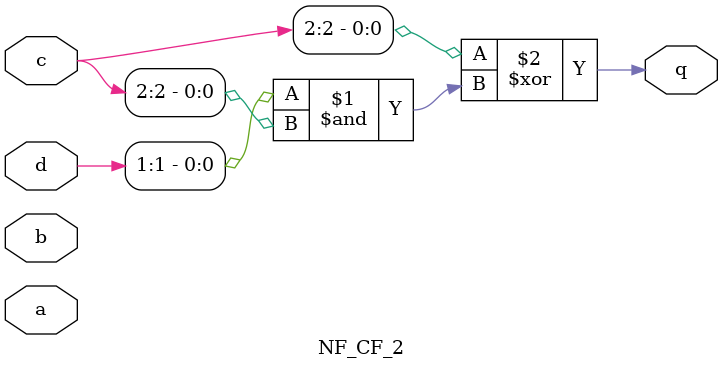
<source format=v>
/*
* -----------------------------------------------------------------
* COMPANY : Shandong University
* AUTHOR  : Yanhong Fan, Chaoran Wang, Lixuan Wu,  Meiqin Wang
* DOCUMENT: "A Fast Search Method for 3-Share Second-Order Masking Schemes for Lightweight S-Boxes"  
* -----------------------------------------------------------------
*
* Copyright c 2023, Yanhong Fan, Chaoran Wang, Lixuan Wu,  Meiqin Wang

*
* All rights reserved.
*
* THIS SOFTWARE IS PROVIDED BY THE COPYRIGHT HOLDERS AND CONTRIBUTORS "AS IS" AND
* ANY EXPRESS OR IMPLIED WARRANTIES, INCLUDING, BUT NOT LIMITED TO, THE IMPLIED
* WARRANTIES OF MERCHANTABILITY AND FITNESS FOR A PARTICULAR PURPOSE ARE
* DISCLAIMED. IN NO EVENT SHALL THE COPYRIGHT HOLDER OR CONTRIBUTERS BE LIABLE FOR ANY
* DIRECT, INDIRECT, INCIDENTAL, SPECIAL, EXEMPLARY, OR CONSEQUENTIAL DAMAGES
* INCLUDING, BUT NOT LIMITED TO, PROCUREMENT OF SUBSTITUTE GOODS OR SERVICES;
* LOSS OF USE, DATA, OR PROFITS; OR BUSINESS INTERRUPTION HOWEVER CAUSED AND
* ON ANY THEORY OF LIABILITY, WHETHER IN CONTRACT, STRICT LIABILITY, OR TORT
* INCLUDING NEGLIGENCE OR OTHERWISE ARISING IN ANY WAY OUT OF THE USE OF THIS
* SOFTWARE, EVEN IF ADVISED OF THE POSSIBILITY OF SUCH DAMAGE.
*
* Please see LICENSE and README for license and further instructions.
*/

module NF_CF_2(
    input [3:1] a,
    input [3:1] b,
    input [3:1] c,
    input [3:1] d,
    output q 
	 );
	 
	parameter num = 1;
	 
	generate

		if(num==0) begin
			assign q =  b[1] ^ (d[1]&c[1]);
		end
		if(num==1) begin
			assign q = c[2] ^ (d[1]&c[2]);
		end
		if(num==2) begin
			assign q = (d[1]&c[3]);
		end
		if(num==3) begin
			assign q = c[1]^(d[2]&c[1]);
		end
		if(num==4) begin
			assign q = b[2]^c[2]^(d[2]&c[2]);
		end
		if(num==5) begin
			assign q = (d[2]&c[3]);
		end
		if(num==6) begin
			assign q = c[1]^(d[3]&c[1]);
		end
		if(num==7) begin
			assign q = (d[3]&c[2]);
		end
		if(num==8) begin
			assign q = b[3]^(d[3]&c[3]);
		end
		if(num==9) begin
			assign q = a[1] ^b[1]^ c[1]^(d[1]&c[1]) ^ (d[1]&b[1]);
		end
		if(num==10) begin
			assign q = c[2] ^ (d[1]&c[2]) ^ (d[1]&b[2]);
		end
		if(num==11) begin
			assign q = (d[1]&c[3]) ^ (d[1]&b[3]);
		end
		if(num==12) begin
			assign q =  (d[2]&c[1]) ^ (d[2]&b[1]);
		end
		if(num==13) begin
			assign q =a[2]^b[2]^c[2]^ (d[2]&c[2]) ^ (d[2]&b[2]);
		end
		if(num==14) begin
			assign q = c[3] ^ (d[2]&c[3]) ^ (d[2]&b[3]);
		end
		if(num==15) begin
			assign q = c[1]^(d[3]&c[1]) ^ (d[3]&b[1]);
		end
		if(num==16) begin
			assign q = (d[3]&c[2]) ^ (d[3]&b[2]);
		end
		if(num==17) begin
			assign q = a[3] ^ c[3] ^ b[3] ^ (d[3]&c[3]) ^ (d[3]&b[3]);
		end
		


	endgenerate


endmodule

</source>
